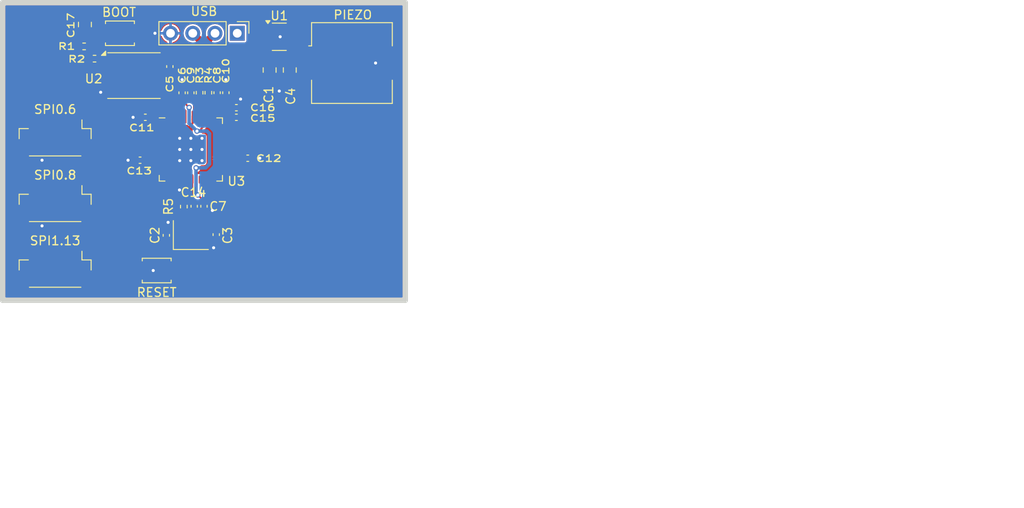
<source format=kicad_pcb>
(kicad_pcb (version 20240108) (generator "pcbnew") (generator_version "8.0")
  (title_block (title "RP2040 Minimal Design Example") (date "2024-01-16") (rev "REV2") (company "Raspberry Pi Ltd"))
  (layers (0 "F.Cu" signal) (31 "B.Cu" signal) (34 "B.Paste" user) (35 "F.Paste" user) (36 "B.SilkS" user "B.Silkscreen") (37 "F.SilkS" user "F.Silkscreen") (38 "B.Mask" user) (39 "F.Mask" user) (44 "Edge.Cuts" user))
  (net 0 "")
  (net 1 "GND")
  (net 2 "VBUS")
  (net 3 "/XIN")
  (net 4 "/XOUT")
  (net 5 "+3V3")
  (net 6 "+1V1")
  (net 7 "NCS06")
  (net 8 "MISO1")
  (net 9 "SCLK1")
  (net 10 "MOSI1")
  (net 11 "/RUN")
  (net 12 "/SWD")
  (net 13 "/SWCLK")
  (net 14 "/QSPI_SS")
  (net 15 "Net-(U3-USB_DP)")
  (net 16 "Net-(U3-USB_DM)")
  (net 17 "/QSPI_SD3")
  (net 18 "/QSPI_SCLK")
  (net 19 "/QSPI_SD0")
  (net 20 "/QSPI_SD2")
  (net 21 "/QSPI_SD1")
  (net 22 "/USB_D+")
  (net 23 "/USB_D-")
  (net 24 "Net-(C3-Pad1)")
  (net 25 "Net-(R1-Pad2)")
  (net 26 "MOSI")
  (net 27 "NCS07")
  (net 28 "SCLK")
  (net 29 "MISO")
  (net 31 "NCS13")
  (net 32 "/PIEZO")
  (net 51 "unconnected-(U3-GPIO9-Pad12)")
  (footprint "Capacitor_SMD:C_0805_2012Metric" (layer "F.Cu") (at 109.8 77.7 -90)
    (property "Reference" "C4" (at 3 -0.1 90) (layer "F.SilkS"))
    (property "Value" "10u")
    (pad "1" smd roundrect (at -0.95 0 270) (size 1 1.45) (layers "F.Cu" "F.Paste" "F.Mask") (net 5 "+3V3"))
    (pad "2" smd roundrect (at 0.95 0 270) (size 1 1.45) (layers "F.Cu" "F.Paste" "F.Mask") (net 1 "GND"))
  )
  (footprint "Capacitor_SMD:C_0402_1005Metric" (layer "F.Cu") (at 102.5 80.29 90)
    (property "Reference" "C10" (at 2.49 0 90) (layer "F.SilkS") (effects (font (size 0.75 1))))
    (property "Value" "1u")
    (pad "1" smd roundrect (at -0.48 0 90) (size 0.56 0.62) (layers "F.Cu" "F.Paste" "F.Mask") (net 5 "+3V3"))
    (pad "2" smd roundrect (at 0.48 0 90) (size 0.56 0.62) (layers "F.Cu" "F.Paste" "F.Mask") (net 1 "GND"))
  )
  (footprint "Capacitor_SMD:C_0402_1005Metric" (layer "F.Cu") (at 101.5 80.29 90)
    (property "Reference" "C8" (at 1.99 0 90) (layer "F.SilkS") (effects (font (size 0.75 1))))
    (property "Value" "1u")
    (pad "1" smd roundrect (at -0.48 0 90) (size 0.56 0.62) (layers "F.Cu" "F.Paste" "F.Mask") (net 6 "+1V1"))
    (pad "2" smd roundrect (at 0.48 0 90) (size 0.56 0.62) (layers "F.Cu" "F.Paste" "F.Mask") (net 1 "GND"))
  )
  (footprint "Capacitor_SMD:C_0402_1005Metric" (layer "F.Cu") (at 92.7 88 180)
    (property "Reference" "C13" (at 0.1 -1.225 0) (layer "F.SilkS") (effects (font (size 0.75 1))))
    (property "Value" "100n")
    (pad "1" smd roundrect (at -0.48 0 180) (size 0.56 0.62) (layers "F.Cu" "F.Paste" "F.Mask") (net 5 "+3V3"))
    (pad "2" smd roundrect (at 0.48 0 180) (size 0.56 0.62) (layers "F.Cu" "F.Paste" "F.Mask") (net 1 "GND"))
  )
  (footprint "Capacitor_SMD:C_0402_1005Metric" (layer "F.Cu") (at 96.1 77.3 90)
    (property "Reference" "C5" (at -2 0 90) (layer "F.SilkS") (effects (font (size 0.75 1))))
    (property "Value" "100n")
    (pad "1" smd roundrect (at -0.48 0 90) (size 0.56 0.62) (layers "F.Cu" "F.Paste" "F.Mask") (net 5 "+3V3"))
    (pad "2" smd roundrect (at 0.48 0 90) (size 0.56 0.62) (layers "F.Cu" "F.Paste" "F.Mask") (net 1 "GND"))
  )
  (footprint "Resistor_SMD:R_0402_1005Metric" (layer "F.Cu") (at 87.5 76.4)
    (property "Reference" "R2" (at -2.04 0.05 0) (layer "F.SilkS") (effects (font (size 0.75 1))))
    (property "Value" "10k")
    (pad "1" smd roundrect (at -0.51 0) (size 0.54 0.64) (layers "F.Cu" "F.Paste" "F.Mask") (net 5 "+3V3"))
    (pad "2" smd roundrect (at 0.51 0) (size 0.54 0.64) (layers "F.Cu" "F.Paste" "F.Mask") (net 14 "/QSPI_SS"))
  )
  (footprint "Package_TO_SOT_SMD:SOT-23-5" (layer "F.Cu") (at 108.6 73.9)
    (property "Reference" "U1" (at 0 -2.4 0) (layer "F.SilkS"))
    (property "Value" "AP2112K-3.3TRG1")
    (pad "1" smd roundrect (at -1.1375 -0.95) (size 1.325 0.6) (layers "F.Cu" "F.Paste" "F.Mask") (net 2 "VBUS"))
    (pad "2" smd roundrect (at -1.1375 0) (size 1.325 0.6) (layers "F.Cu" "F.Paste" "F.Mask") (net 1 "GND"))
    (pad "3" smd roundrect (at -1.1375 0.95) (size 1.325 0.6) (layers "F.Cu" "F.Paste" "F.Mask") (net 2 "VBUS"))
    (pad "4" smd roundrect (at 1.1375 0.95) (size 1.325 0.6) (layers "F.Cu" "F.Paste" "F.Mask"))
    (pad "5" smd roundrect (at 1.1375 -0.95) (size 1.325 0.6) (layers "F.Cu" "F.Paste" "F.Mask") (net 5 "+3V3"))
  )
  (footprint "Package_SON:WSON-8-1EP_6x5mm_P1.27mm_EP3.4x4.3mm" (layer "F.Cu") (at 92 78.335)
    (property "Reference" "U2" (at -4.6 0.365 0) (layer "F.SilkS"))
    (property "Value" "W25Q128JVS")
    (pad "1" smd roundrect (at -2.7 -1.905) (size 0.75 0.5) (layers "F.Cu" "F.Paste" "F.Mask") (net 14 "/QSPI_SS"))
    (pad "2" smd roundrect (at -2.7 -0.635) (size 0.75 0.5) (layers "F.Cu" "F.Paste" "F.Mask") (net 21 "/QSPI_SD1"))
    (pad "3" smd roundrect (at -2.7 0.635) (size 0.75 0.5) (layers "F.Cu" "F.Paste" "F.Mask") (net 20 "/QSPI_SD2"))
    (pad "4" smd roundrect (at -2.7 1.905) (size 0.75 0.5) (layers "F.Cu" "F.Paste" "F.Mask") (net 1 "GND"))
    (pad "5" smd roundrect (at 2.7 1.905) (size 0.75 0.5) (layers "F.Cu" "F.Paste" "F.Mask") (net 19 "/QSPI_SD0"))
    (pad "6" smd roundrect (at 2.7 0.635) (size 0.75 0.5) (layers "F.Cu" "F.Paste" "F.Mask") (net 18 "/QSPI_SCLK"))
    (pad "7" smd roundrect (at 2.7 -0.635) (size 0.75 0.5) (layers "F.Cu" "F.Paste" "F.Mask") (net 17 "/QSPI_SD3"))
    (pad "8" smd roundrect (at 2.7 -1.905) (size 0.75 0.5) (layers "F.Cu" "F.Paste" "F.Mask") (net 5 "+3V3"))
    (pad "9" smd rect (at 0 0) (size 3.4 4.3) (property pad_prop_heatsink) (layers "F.Cu" "F.Mask"))
  )
  (footprint "Resistor_SMD:R_0402_1005Metric" (layer "F.Cu") (at 86.31 75)
    (property "Reference" "R1" (at -2 0 0) (layer "F.SilkS") (effects (font (size 0.75 1))))
    (property "Value" "1k")
    (pad "1" smd roundrect (at -0.51 0) (size 0.54 0.64) (layers "F.Cu" "F.Paste" "F.Mask") (net 14 "/QSPI_SS"))
    (pad "2" smd roundrect (at 0.51 0) (size 0.54 0.64) (layers "F.Cu" "F.Paste" "F.Mask") (net 25 "Net-(R1-Pad2)"))
  )
  (footprint "Capacitor_SMD:C_0402_1005Metric" (layer "F.Cu") (at 98.5 80.3 90)
    (property "Reference" "C9" (at 2 0 -90) (layer "F.SilkS") (effects (font (size 0.75 1))))
    (property "Value" "100n")
    (pad "1" smd roundrect (at -0.48 0 90) (size 0.56 0.62) (layers "F.Cu" "F.Paste" "F.Mask") (net 5 "+3V3"))
    (pad "2" smd roundrect (at 0.48 0 90) (size 0.56 0.62) (layers "F.Cu" "F.Paste" "F.Mask") (net 1 "GND"))
  )
  (footprint "Capacitor_SMD:C_0402_1005Metric" (layer "F.Cu") (at 105 87.775)
    (property "Reference" "C12" (at 2.4 0.025 0) (layer "F.SilkS") (effects (font (size 0.75 1))))
    (property "Value" "100n")
    (pad "1" smd roundrect (at -0.48 0) (size 0.56 0.62) (layers "F.Cu" "F.Paste" "F.Mask") (net 5 "+3V3"))
    (pad "2" smd roundrect (at 0.48 0) (size 0.56 0.62) (layers "F.Cu" "F.Paste" "F.Mask") (net 1 "GND"))
  )
  (footprint "Capacitor_SMD:C_0402_1005Metric" (layer "F.Cu") (at 98.881 93.26 -90)
    (property "Reference" "C14" (at -1.585 0.081 180) (layer "F.SilkS"))
    (property "Value" "100n")
    (pad "1" smd roundrect (at -0.48 0 270) (size 0.56 0.62) (layers "F.Cu" "F.Paste" "F.Mask") (net 5 "+3V3"))
    (pad "2" smd roundrect (at 0.48 0 270) (size 0.56 0.62) (layers "F.Cu" "F.Paste" "F.Mask") (net 1 "GND"))
  )
  (footprint "Resistor_SMD:R_0402_1005Metric" (layer "F.Cu") (at 99.5 80.29 -90)
    (property "Reference" "R3" (at -1.99 0 -90) (layer "F.SilkS") (effects (font (size 0.75 1))))
    (property "Value" "27")
    (pad "1" smd roundrect (at -0.51 0 270) (size 0.54 0.64) (layers "F.Cu" "F.Paste" "F.Mask") (net 22 "/USB_D+"))
    (pad "2" smd roundrect (at 0.51 0 270) (size 0.54 0.64) (layers "F.Cu" "F.Paste" "F.Mask") (net 15 "Net-(U3-USB_DP)"))
  )
  (footprint "Capacitor_SMD:C_0402_1005Metric" (layer "F.Cu") (at 100 93.26 -90)
    (property "Reference" "C7" (at 0.015 -1.6 180) (layer "F.SilkS"))
    (property "Value" "100n")
    (pad "1" smd roundrect (at -0.48 0 270) (size 0.56 0.62) (layers "F.Cu" "F.Paste" "F.Mask") (net 6 "+1V1"))
    (pad "2" smd roundrect (at 0.48 0 270) (size 0.56 0.62) (layers "F.Cu" "F.Paste" "F.Mask") (net 1 "GND"))
  )
  (footprint "Capacitor_SMD:C_0805_2012Metric" (layer "F.Cu") (at 107.5 77.7 -90)
    (property "Reference" "C1" (at 2.8 0.1 90) (layer "F.SilkS"))
    (property "Value" "10u")
    (pad "1" smd roundrect (at -0.95 0 270) (size 1 1.45) (layers "F.Cu" "F.Paste" "F.Mask") (net 2 "VBUS"))
    (pad "2" smd roundrect (at 0.95 0 270) (size 1 1.45) (layers "F.Cu" "F.Paste" "F.Mask") (net 1 "GND"))
  )
  (footprint "Capacitor_SMD:C_0402_1005Metric" (layer "F.Cu") (at 93.3 83.1 180)
    (property "Reference" "C11" (at 0.4 -1.2 0) (layer "F.SilkS") (effects (font (size 0.75 1))))
    (property "Value" "100n")
    (pad "1" smd roundrect (at -0.48 0 180) (size 0.56 0.62) (layers "F.Cu" "F.Paste" "F.Mask") (net 5 "+3V3"))
    (pad "2" smd roundrect (at 0.48 0 180) (size 0.56 0.62) (layers "F.Cu" "F.Paste" "F.Mask") (net 1 "GND"))
  )
  (footprint "Capacitor_SMD:C_0402_1005Metric" (layer "F.Cu") (at 103.7 82)
    (property "Reference" "C16" (at 3.015 0 0) (layer "F.SilkS") (effects (font (size 0.75 1))))
    (property "Value" "100n")
    (pad "1" smd roundrect (at -0.48 0) (size 0.56 0.62) (layers "F.Cu" "F.Paste" "F.Mask") (net 5 "+3V3"))
    (pad "2" smd roundrect (at 0.48 0) (size 0.56 0.62) (layers "F.Cu" "F.Paste" "F.Mask") (net 1 "GND"))
  )
  (footprint "RP2040_minimal:RP2040-QFN-56" (layer "F.Cu") (at 98.5 86.775)
    (property "Reference" "U3" (at 5.2 3.625 0) (layer "F.SilkS"))
    (property "Value" "RP2040")
    (pad "1" smd roundrect (at -3.4375 -2.6) (size 0.875 0.2) (layers "F.Cu" "F.Paste" "F.Mask") (net 5 "+3V3"))
    (pad "2" smd roundrect (at -3.4375 -2.2) (size 0.875 0.2) (layers "F.Cu" "F.Paste" "F.Mask"))
    (pad "3" smd roundrect (at -3.4375 -1.8) (size 0.875 0.2) (layers "F.Cu" "F.Paste" "F.Mask"))
    (pad "4" smd roundrect (at -3.4375 -1.4) (size 0.875 0.2) (layers "F.Cu" "F.Paste" "F.Mask") (net 28 "SCLK"))
    (pad "5" smd roundrect (at -3.4375 -1) (size 0.875 0.2) (layers "F.Cu" "F.Paste" "F.Mask"))
    (pad "6" smd roundrect (at -3.4375 -0.6) (size 0.875 0.2) (layers "F.Cu" "F.Paste" "F.Mask") (net 29 "MISO"))
    (pad "7" smd roundrect (at -3.4375 -0.2) (size 0.875 0.2) (layers "F.Cu" "F.Paste" "F.Mask") (net 26 "MOSI"))
    (pad "8" smd roundrect (at -3.4375 0.2) (size 0.875 0.2) (layers "F.Cu" "F.Paste" "F.Mask") (net 7 "NCS06"))
    (pad "9" smd roundrect (at -3.4375 0.6) (size 0.875 0.2) (layers "F.Cu" "F.Paste" "F.Mask") (net 27 "NCS07"))
    (pad "10" smd roundrect (at -3.4375 1) (size 0.875 0.2) (layers "F.Cu" "F.Paste" "F.Mask") (net 5 "+3V3"))
    (pad "11" smd roundrect (at -3.4375 1.4) (size 0.875 0.2) (layers "F.Cu" "F.Paste" "F.Mask"))
    (pad "12" smd roundrect (at -3.4375 1.8) (size 0.875 0.2) (layers "F.Cu" "F.Paste" "F.Mask") (net 51 "unconnected-(U3-GPIO9-Pad12)"))
    (pad "13" smd roundrect (at -3.4375 2.2) (size 0.875 0.2) (layers "F.Cu" "F.Paste" "F.Mask") (net 9 "SCLK1"))
    (pad "14" smd roundrect (at -3.4375 2.6) (size 0.875 0.2) (layers "F.Cu" "F.Paste" "F.Mask"))
    (pad "15" smd roundrect (at -2.6 3.4375) (size 0.2 0.875) (layers "F.Cu" "F.Paste" "F.Mask") (net 8 "MISO1"))
    (pad "16" smd roundrect (at -2.2 3.4375) (size 0.2 0.875) (layers "F.Cu" "F.Paste" "F.Mask") (net 31 "NCS13"))
    (pad "17" smd roundrect (at -1.8 3.4375) (size 0.2 0.875) (layers "F.Cu" "F.Paste" "F.Mask"))
    (pad "18" smd roundrect (at -1.4 3.4375) (size 0.2 0.875) (layers "F.Cu" "F.Paste" "F.Mask") (net 10 "MOSI1"))
    (pad "19" smd roundrect (at -1 3.4375) (size 0.2 0.875) (layers "F.Cu" "F.Paste" "F.Mask") (net 1 "GND"))
    (pad "20" smd roundrect (at -0.6 3.4375) (size 0.2 0.875) (layers "F.Cu" "F.Paste" "F.Mask") (net 3 "/XIN"))
    (pad "21" smd roundrect (at -0.2 3.4375) (size 0.2 0.875) (layers "F.Cu" "F.Paste" "F.Mask") (net 4 "/XOUT"))
    (pad "22" smd roundrect (at 0.2 3.4375) (size 0.2 0.875) (layers "F.Cu" "F.Paste" "F.Mask") (net 5 "+3V3"))
    (pad "23" smd roundrect (at 0.6 3.4375) (size 0.2 0.875) (layers "F.Cu" "F.Paste" "F.Mask") (net 6 "+1V1"))
    (pad "24" smd roundrect (at 1 3.4375) (size 0.2 0.875) (layers "F.Cu" "F.Paste" "F.Mask") (net 13 "/SWCLK"))
    (pad "25" smd roundrect (at 1.4 3.4375) (size 0.2 0.875) (layers "F.Cu" "F.Paste" "F.Mask") (net 12 "/SWD"))
    (pad "26" smd roundrect (at 1.8 3.4375) (size 0.2 0.875) (layers "F.Cu" "F.Paste" "F.Mask") (net 11 "/RUN"))
    (pad "27" smd roundrect (at 2.2 3.4375) (size 0.2 0.875) (layers "F.Cu" "F.Paste" "F.Mask"))
    (pad "28" smd roundrect (at 2.6 3.4375) (size 0.2 0.875) (layers "F.Cu" "F.Paste" "F.Mask"))
    (pad "29" smd roundrect (at 3.4375 2.6) (size 0.875 0.2) (layers "F.Cu" "F.Paste" "F.Mask"))
    (pad "30" smd roundrect (at 3.4375 2.2) (size 0.875 0.2) (layers "F.Cu" "F.Paste" "F.Mask"))
    (pad "31" smd roundrect (at 3.4375 1.8) (size 0.875 0.2) (layers "F.Cu" "F.Paste" "F.Mask"))
    (pad "32" smd roundrect (at 3.4375 1.4) (size 0.875 0.2) (layers "F.Cu" "F.Paste" "F.Mask"))
    (pad "33" smd roundrect (at 3.4375 1) (size 0.875 0.2) (layers "F.Cu" "F.Paste" "F.Mask") (net 5 "+3V3"))
    (pad "34" smd roundrect (at 3.4375 0.6) (size 0.875 0.2) (layers "F.Cu" "F.Paste" "F.Mask"))
    (pad "35" smd roundrect (at 3.4375 0.2) (size 0.875 0.2) (layers "F.Cu" "F.Paste" "F.Mask"))
    (pad "36" smd roundrect (at 3.4375 -0.2) (size 0.875 0.2) (layers "F.Cu" "F.Paste" "F.Mask"))
    (pad "37" smd roundrect (at 3.4375 -0.6) (size 0.875 0.2) (layers "F.Cu" "F.Paste" "F.Mask"))
    (pad "38" smd roundrect (at 3.4375 -1) (size 0.875 0.2) (layers "F.Cu" "F.Paste" "F.Mask"))
    (pad "39" smd roundrect (at 3.4375 -1.4) (size 0.875 0.2) (layers "F.Cu" "F.Paste" "F.Mask"))
    (pad "40" smd roundrect (at 3.4375 -1.8) (size 0.875 0.2) (layers "F.Cu" "F.Paste" "F.Mask"))
    (pad "41" smd roundrect (at 3.4375 -2.2) (size 0.875 0.2) (layers "F.Cu" "F.Paste" "F.Mask") (net 32 "/PIEZO"))
    (pad "42" smd roundrect (at 3.4375 -2.6) (size 0.875 0.2) (layers "F.Cu" "F.Paste" "F.Mask") (net 5 "+3V3"))
    (pad "43" smd roundrect (at 2.6 -3.4375) (size 0.2 0.875) (layers "F.Cu" "F.Paste" "F.Mask") (net 5 "+3V3"))
    (pad "44" smd roundrect (at 2.2 -3.4375) (size 0.2 0.875) (layers "F.Cu" "F.Paste" "F.Mask") (net 5 "+3V3"))
    (pad "45" smd roundrect (at 1.8 -3.4375) (size 0.2 0.875) (layers "F.Cu" "F.Paste" "F.Mask") (net 6 "+1V1"))
    (pad "46" smd roundrect (at 1.4 -3.4375) (size 0.2 0.875) (layers "F.Cu" "F.Paste" "F.Mask") (net 16 "Net-(U3-USB_DM)"))
    (pad "47" smd roundrect (at 1 -3.4375) (size 0.2 0.875) (layers "F.Cu" "F.Paste" "F.Mask") (net 15 "Net-(U3-USB_DP)"))
    (pad "48" smd roundrect (at 0.6 -3.4375) (size 0.2 0.875) (layers "F.Cu" "F.Paste" "F.Mask") (net 5 "+3V3"))
    (pad "49" smd roundrect (at 0.2 -3.4375) (size 0.2 0.875) (layers "F.Cu" "F.Paste" "F.Mask") (net 5 "+3V3"))
    (pad "50" smd roundrect (at -0.2 -3.4375) (size 0.2 0.875) (layers "F.Cu" "F.Paste" "F.Mask") (net 6 "+1V1"))
    (pad "51" smd roundrect (at -0.6 -3.4375) (size 0.2 0.875) (layers "F.Cu" "F.Paste" "F.Mask") (net 17 "/QSPI_SD3"))
    (pad "52" smd roundrect (at -1 -3.4375) (size 0.2 0.875) (layers "F.Cu" "F.Paste" "F.Mask") (net 18 "/QSPI_SCLK"))
    (pad "53" smd roundrect (at -1.4 -3.4375) (size 0.2 0.875) (layers "F.Cu" "F.Paste" "F.Mask") (net 19 "/QSPI_SD0"))
    (pad "54" smd roundrect (at -1.8 -3.4375) (size 0.2 0.875) (layers "F.Cu" "F.Paste" "F.Mask") (net 20 "/QSPI_SD2"))
    (pad "55" smd roundrect (at -2.2 -3.4375) (size 0.2 0.875) (layers "F.Cu" "F.Paste" "F.Mask") (net 21 "/QSPI_SD1"))
    (pad "56" smd roundrect (at -2.6 -3.4375) (size 0.2 0.875) (layers "F.Cu" "F.Paste" "F.Mask") (net 14 "/QSPI_SS"))
    (pad "57" thru_hole circle (at -1.275 -1.275) (size 0.6 0.6) (drill 0.35) (layers "*.Cu") (net 1 "GND"))
    (pad "57" thru_hole circle (at -1.275 0) (size 0.6 0.6) (drill 0.35) (layers "*.Cu") (net 1 "GND"))
    (pad "57" thru_hole circle (at -1.275 1.275) (size 0.6 0.6) (drill 0.35) (layers "*.Cu") (net 1 "GND"))
    (pad "57" thru_hole circle (at 0 -1.275) (size 0.6 0.6) (drill 0.35) (layers "*.Cu") (net 1 "GND"))
    (pad "57" thru_hole circle (at 0 0) (size 0.6 0.6) (drill 0.35) (layers "*.Cu") (net 1 "GND"))
    (pad "57" smd roundrect (at 0 0) (size 3.2 3.2) (layers "F.Cu" "F.Mask") (roundrect_rratio 0.045) (net 1 "GND"))
    (pad "57" thru_hole circle (at 0 1.275) (size 0.6 0.6) (drill 0.35) (layers "*.Cu") (net 1 "GND"))
    (pad "57" thru_hole circle (at 1.275 -1.275) (size 0.6 0.6) (drill 0.35) (layers "*.Cu") (net 1 "GND"))
    (pad "57" thru_hole circle (at 1.275 0) (size 0.6 0.6) (drill 0.35) (layers "*.Cu") (net 1 "GND"))
    (pad "57" thru_hole circle (at 1.275 1.275) (size 0.6 0.6) (drill 0.35) (layers "*.Cu") (net 1 "GND"))
  )
  (footprint "Resistor_SMD:R_0402_1005Metric" (layer "F.Cu") (at 100.5 80.29 -90)
    (property "Reference" "R4" (at -1.99 0 90) (layer "F.SilkS") (effects (font (size 0.75 1))))
    (property "Value" "27")
    (pad "1" smd roundrect (at -0.51 0 270) (size 0.54 0.64) (layers "F.Cu" "F.Paste" "F.Mask") (net 23 "/USB_D-"))
    (pad "2" smd roundrect (at 0.51 0 270) (size 0.54 0.64) (layers "F.Cu" "F.Paste" "F.Mask") (net 16 "Net-(U3-USB_DM)"))
  )
  (footprint "Capacitor_SMD:C_0402_1005Metric" (layer "F.Cu") (at 97.5 80.3 90)
    (property "Reference" "C6" (at 2 0 90) (layer "F.SilkS") (effects (font (size 0.75 1))))
    (property "Value" "100n")
    (pad "1" smd roundrect (at -0.48 0 90) (size 0.56 0.62) (layers "F.Cu" "F.Paste" "F.Mask") (net 6 "+1V1"))
    (pad "2" smd roundrect (at 0.48 0 90) (size 0.56 0.62) (layers "F.Cu" "F.Paste" "F.Mask") (net 1 "GND"))
  )
  (footprint "Capacitor_SMD:C_0402_1005Metric" (layer "F.Cu") (at 103.7 83.1)
    (property "Reference" "C15" (at 3.015 0.1 0) (layer "F.SilkS") (effects (font (size 0.75 1))))
    (property "Value" "100n")
    (pad "1" smd roundrect (at -0.48 0) (size 0.56 0.62) (layers "F.Cu" "F.Paste" "F.Mask") (net 5 "+3V3"))
    (pad "2" smd roundrect (at 0.48 0) (size 0.56 0.62) (layers "F.Cu" "F.Paste" "F.Mask") (net 1 "GND"))
  )
  (footprint "Capacitor_SMD:C_0805_2012Metric" (layer "F.Cu") (at 86.4 72.5 90)
    (property "Reference" "C17" (at -0.1 -1.6 90) (layer "F.SilkS") (effects (font (size 0.75 1))))
    (property "Value" "10u")
    (pad "1" smd roundrect (at -0.95 0 90) (size 1 1.45) (layers "F.Cu" "F.Paste" "F.Mask") (net 5 "+3V3"))
    (pad "2" smd roundrect (at 0.95 0 90) (size 1 1.45) (layers "F.Cu" "F.Paste" "F.Mask") (net 1 "GND"))
  )
  (footprint "Connector_JST:JST_SH_BM06B-SRSS-TB_1x06-1MP_P1.00mm_Vertical" (layer "F.Cu") (at 83 93 180)
    (property "Reference" "J2")
    (property "Value" "SPI0.8" (at 0 3.3 360) (layer "F.SilkS"))
    (pad "1" smd roundrect (at -2.5 1.325 180) (size 0.6 1.55) (layers "F.Cu" "F.Paste" "F.Mask") (net 27 "NCS07"))
    (pad "2" smd roundrect (at -1.5 1.325 180) (size 0.6 1.55) (layers "F.Cu" "F.Paste" "F.Mask") (net 26 "MOSI"))
    (pad "3" smd roundrect (at -0.5 1.325 180) (size 0.6 1.55) (layers "F.Cu" "F.Paste" "F.Mask") (net 29 "MISO"))
    (pad "4" smd roundrect (at 0.5 1.325 180) (size 0.6 1.55) (layers "F.Cu" "F.Paste" "F.Mask") (net 28 "SCLK"))
    (pad "5" smd roundrect (at 1.5 1.325 180) (size 0.6 1.55) (layers "F.Cu" "F.Paste" "F.Mask") (net 1 "GND"))
    (pad "6" smd roundrect (at 2.5 1.325 180) (size 0.6 1.55) (layers "F.Cu" "F.Paste" "F.Mask") (net 5 "+3V3"))
    (pad "MP" smd roundrect (at -3.8 -1.2 180) (size 1.2 1.8) (layers "F.Cu" "F.Paste" "F.Mask") (roundrect_rratio 0.208333))
    (pad "MP" smd roundrect (at 3.8 -1.2 180) (size 1.2 1.8) (layers "F.Cu" "F.Paste" "F.Mask") (roundrect_rratio 0.208333))
  )
  (footprint "Connector_JST:JST_SH_BM06B-SRSS-TB_1x06-1MP_P1.00mm_Vertical" (layer "F.Cu") (at 83 85.5 180)
    (property "Reference" "J1")
    (property "Value" "SPI0.6" (at 0 3.3 360) (layer "F.SilkS"))
    (pad "1" smd roundrect (at -2.5 1.325 180) (size 0.6 1.55) (layers "F.Cu" "F.Paste" "F.Mask") (net 7 "NCS06"))
    (pad "2" smd roundrect (at -1.5 1.325 180) (size 0.6 1.55) (layers "F.Cu" "F.Paste" "F.Mask") (net 26 "MOSI"))
    (pad "3" smd roundrect (at -0.5 1.325 180) (size 0.6 1.55) (layers "F.Cu" "F.Paste" "F.Mask") (net 29 "MISO"))
    (pad "4" smd roundrect (at 0.5 1.325 180) (size 0.6 1.55) (layers "F.Cu" "F.Paste" "F.Mask") (net 28 "SCLK"))
    (pad "5" smd roundrect (at 1.5 1.325 180) (size 0.6 1.55) (layers "F.Cu" "F.Paste" "F.Mask") (net 1 "GND"))
    (pad "6" smd roundrect (at 2.5 1.325 180) (size 0.6 1.55) (layers "F.Cu" "F.Paste" "F.Mask") (net 5 "+3V3"))
    (pad "MP" smd roundrect (at -3.8 -1.2 180) (size 1.2 1.8) (layers "F.Cu" "F.Paste" "F.Mask") (roundrect_rratio 0.208333))
    (pad "MP" smd roundrect (at 3.8 -1.2 180) (size 1.2 1.8) (layers "F.Cu" "F.Paste" "F.Mask") (roundrect_rratio 0.208333))
  )
  (footprint "Connector_JST:JST_SH_BM06B-SRSS-TB_1x06-1MP_P1.00mm_Vertical" (layer "F.Cu") (at 83 100.5 180)
    (property "Reference" "J3")
    (property "Value" "SPI1.13" (at 0 3.3 180) (layer "F.SilkS"))
    (pad "1" smd roundrect (at -2.5 1.325 180) (size 0.6 1.55) (layers "F.Cu" "F.Paste" "F.Mask") (net 31 "NCS13"))
    (pad "2" smd roundrect (at -1.5 1.325 180) (size 0.6 1.55) (layers "F.Cu" "F.Paste" "F.Mask") (net 10 "MOSI1"))
    (pad "3" smd roundrect (at -0.5 1.325 180) (size 0.6 1.55) (layers "F.Cu" "F.Paste" "F.Mask") (net 8 "MISO1"))
    (pad "4" smd roundrect (at 0.5 1.325 180) (size 0.6 1.55) (layers "F.Cu" "F.Paste" "F.Mask") (net 9 "SCLK1"))
    (pad "5" smd roundrect (at 1.5 1.325 180) (size 0.6 1.55) (layers "F.Cu" "F.Paste" "F.Mask") (net 1 "GND"))
    (pad "6" smd roundrect (at 2.5 1.325 180) (size 0.6 1.55) (layers "F.Cu" "F.Paste" "F.Mask") (net 5 "+3V3"))
    (pad "MP" smd roundrect (at -3.8 -1.2 180) (size 1.2 1.8) (layers "F.Cu" "F.Paste" "F.Mask") (roundrect_rratio 0.208333))
    (pad "MP" smd roundrect (at 3.8 -1.2 180) (size 1.2 1.8) (layers "F.Cu" "F.Paste" "F.Mask") (roundrect_rratio 0.208333))
  )
  (footprint "Button_Switch_SMD:SW_SPST_B3U-1000P" (layer "F.Cu") (at 94.6 100.6)
    (property "Reference" "SW2")
    (property "Value" "RESET" (at 0 2.5 0) (layer "F.SilkS"))
    (pad "1" smd rect (at -1.7 0) (size 0.9 1.7) (layers "F.Cu" "F.Paste" "F.Mask") (net 1 "GND"))
    (pad "2" smd rect (at 1.7 0) (size 0.9 1.7) (layers "F.Cu" "F.Paste" "F.Mask") (net 11 "/RUN"))
  )
  (footprint "Capacitor_SMD:C_0402_1005Metric" (layer "F.Cu") (at 95.7 96.58 90)
    (property "Reference" "C2" (at 0 -1.3 90) (layer "F.SilkS"))
    (property "Value" "15p")
    (pad "1" smd roundrect (at -0.48 0 90) (size 0.56 0.62) (layers "F.Cu" "F.Paste" "F.Mask") (net 3 "/XIN"))
    (pad "2" smd roundrect (at 0.48 0 90) (size 0.56 0.62) (layers "F.Cu" "F.Paste" "F.Mask") (net 1 "GND"))
  )
  (footprint "Button_Switch_SMD:SW_SPST_B3U-1000P" (layer "F.Cu") (at 90.4 73.5 180)
    (property "Reference" "SW1")
    (property "Value" "BOOT" (at 0.1 2.4 0) (layer "F.SilkS"))
    (pad "1" smd rect (at -1.7 0 180) (size 0.9 1.7) (layers "F.Cu" "F.Paste" "F.Mask") (net 1 "GND"))
    (pad "2" smd rect (at 1.7 0 180) (size 0.9 1.7) (layers "F.Cu" "F.Paste" "F.Mask") (net 25 "Net-(R1-Pad2)"))
  )
  (footprint "Capacitor_SMD:C_0402_1005Metric" (layer "F.Cu") (at 101.4 96.5 -90)
    (property "Reference" "C3" (at 0.1 -1.3 90) (layer "F.SilkS"))
    (property "Value" "15p")
    (pad "1" smd roundrect (at -0.48 0 270) (size 0.56 0.62) (layers "F.Cu" "F.Paste" "F.Mask") (net 24 "Net-(C3-Pad1)"))
    (pad "2" smd roundrect (at 0.48 0 270) (size 0.56 0.62) (layers "F.Cu" "F.Paste" "F.Mask") (net 1 "GND"))
  )
  (footprint "Crystal:Crystal_SMD_3225-4Pin_3.2x2.5mm" (layer "F.Cu") (at 98.5 96.55)
    (property "Reference" "Y1")
    (property "Value" "X322512MSB4SI")
    (pad "1" smd rect (at -1.1 0.85) (size 1.4 1.2) (layers "F.Cu" "F.Paste" "F.Mask") (net 3 "/XIN"))
    (pad "2" smd rect (at 1.1 0.85) (size 1.4 1.2) (layers "F.Cu" "F.Paste" "F.Mask") (net 1 "GND"))
    (pad "3" smd rect (at 1.1 -0.85) (size 1.4 1.2) (layers "F.Cu" "F.Paste" "F.Mask") (net 24 "Net-(C3-Pad1)"))
    (pad "4" smd rect (at -1.1 -0.85) (size 1.4 1.2) (layers "F.Cu" "F.Paste" "F.Mask") (net 1 "GND"))
  )
  (footprint "Buzzer_Beeper:Buzzer_Murata_PKMCS0909E" (layer "F.Cu") (at 116.9 76.9)
    (property "Reference" "LS1")
    (property "Value" "PIEZO" (at 0.1 -5.5 0) (layer "F.SilkS"))
    (pad "1" smd rect (at -4.35 0) (size 1.3 3.4) (layers "F.Cu" "F.Paste" "F.Mask") (net 32 "/PIEZO"))
    (pad "2" smd rect (at 4.35 0) (size 1.3 3.4) (layers "F.Cu" "F.Paste" "F.Mask") (net 1 "GND"))
  )
  (footprint "Connector_PinHeader_2.54mm:PinHeader_1x04_P2.54mm_Vertical" (layer "F.Cu") (at 103.8 73.5 -90)
    (property "Reference" "J5")
    (property "Value" "USB" (at -2.5 3.8 0) (layer "F.SilkS"))
    (pad "1" thru_hole rect (at 0 0 270) (size 1.7 1.7) (drill 1) (layers "*.Cu" "*.Mask") (net 2 "VBUS"))
    (pad "2" thru_hole oval (at 0 2.54 270) (size 1.7 1.7) (drill 1) (layers "*.Cu" "*.Mask") (net 23 "/USB_D-"))
    (pad "3" thru_hole oval (at 0 5.08 270) (size 1.7 1.7) (drill 1) (layers "*.Cu" "*.Mask") (net 22 "/USB_D+"))
    (pad "4" thru_hole oval (at 0 7.62 270) (size 1.7 1.7) (drill 1) (layers "*.Cu" "*.Mask") (net 1 "GND"))
  )
  (footprint "Resistor_SMD:R_0402_1005Metric" (layer "F.Cu") (at 97.7 93.3 -90)
    (property "Reference" "R5" (at 0 1.76 90) (layer "F.SilkS"))
    (property "Value" "1k")
    (pad "1" smd roundrect (at -0.51 0 270) (size 0.54 0.64) (layers "F.Cu" "F.Paste" "F.Mask") (net 4 "/XOUT"))
    (pad "2" smd roundrect (at 0.51 0 270) (size 0.54 0.64) (layers "F.Cu" "F.Paste" "F.Mask") (net 24 "Net-(C3-Pad1)"))
  )
  (gr_line (start 123 104) (end 77 104) (stroke (width 0.6)) (layer "Edge.Cuts"))
  (gr_line (start 123 70) (end 123 104) (stroke (width 0.6)) (layer "Edge.Cuts"))
  (gr_line (start 77 70) (end 123 70) (stroke (width 0.6)) (layer "Edge.Cuts"))
  (gr_line (start 77 104) (end 77 70) (stroke (width 0.6)) (layer "Edge.Cuts"))
  (segment (start 92.1 73.5) (end 90.15 71.55) (width 0.15) (layer "F.Cu") (net 1))
  (segment (start 108.6 78.65) (end 109.8 78.65) (width 0.15) (layer "F.Cu") (net 1))
  (segment (start 97.5 91.1) (end 97.2 91.4) (width 0.15) (layer "F.Cu") (net 1))
  (segment (start 104.18 82) (end 104.18 83.1) (width 0.15) (layer "F.Cu") (net 1))
  (segment (start 90.15 71.55) (end 86.4 71.55) (width 0.15) (layer "F.Cu") (net 1))
  (segment (start 97.5 79.82) (end 97.5 78.8) (width 0.15) (layer "F.Cu") (net 1))
  (segment (start 81.5 91.675) (end 81.5 95.5) (width 0.15) (layer "F.Cu") (net 1))
  (segment (start 100 93.74) (end 100.96 93.74) (width 0.15) (layer "F.Cu") (net 1))
  (segment (start 101.5 79.81) (end 102.5 79.81) (width 0.15) (layer "F.Cu") (net 1))
  (segment (start 102.5 79.81) (end 102.5 78.8) (width 0.15) (layer "F.Cu") (net 1))
  (segment (start 96.18 73.5) (end 94.4 73.5) (width 0.15) (layer "F.Cu") (net 1))
  (segment (start 97.5 79.82) (end 98.5 79.82) (width 0.15) (layer "F.Cu") (net 1))
  (segment (start 108.6 78.65) (end 108.6 80.1) (width 0.15) (layer "F.Cu") (net 1))
  (segment (start 96.1 73.58) (end 96.18 73.5) (width 0.15) (layer "F.Cu") (net 1))
  (segment (start 107.4625 73.9) (end 108.7 73.9) (width 0.15) (layer "F.Cu") (net 1))
  (segment (start 104.18 82) (end 104.18 81.02) (width 0.15) (layer "F.Cu") (net 1))
  (segment (start 81.5 88) (end 81.5 91.675) (width 0.15) (layer "F.Cu") (net 1))
  (segment (start 121.25 76.9) (end 119.6 76.9) (width 0.2) (layer "F.Cu") (net 1))
  (segment (start 92.9 100.6) (end 94.2 100.6) (width 0.15) (layer "F.Cu") (net 1))
  (segment (start 89.3 80.24) (end 88.2 80.24) (width 0.2) (layer "F.Cu") (net 1))
  (segment (start 97.5 90.2125) (end 97.5 91) (width 0.15) (layer "F.Cu") (net 1))
  (segment (start 96.1 76.82) (end 96.1 73.58) (width 0.15) (layer "F.Cu") (net 1))
  (segment (start 94.4 73.5) (end 92.1 73.5) (width 0.15) (layer "F.Cu") (net 1))
  (segment (start 88.2 80.24) (end 88.14 80.24) (width 0.2) (layer "F.Cu") (net 1))
  (segment (start 97.5 79.775) (end 97.5 80.07) (width 0.2) (layer "F.Cu") (net 1))
  (segment (start 92.82 83.1) (end 91.9 83.1) (width 0.15) (layer "F.Cu") (net 1))
  (segment (start 107.5 78.65) (end 108.6 78.65) (width 0.15) (layer "F.Cu") (net 1))
  (segment (start 97.5 91) (end 97.5 91.1) (width 0.15) (layer "F.Cu") (net 1))
  (segment (start 81.5 84.175) (end 81.5 88) (width 0.15) (layer "F.Cu") (net 1))
  (segment (start 81.5 95.5) (end 81.5 99.175) (width 0.15) (layer "F.Cu") (net 1))
  (segment (start 105.48 87.775) (end 106.375 87.775) (width 0.15) (layer "F.Cu") (net 1))
  (via (at 100.96 93.74) (size 0.6) (drill 0.35) (layers "F.Cu" "B.Cu") (net 1))
  (via (at 119.6 76.9) (size 0.6) (drill 0.35) (layers "F.Cu" "B.Cu") (net 1))
  (via (at 94.4 73.5) (size 0.6) (drill 0.35) (layers "F.Cu" "B.Cu") (net 1))
  (via (at 94.2 100.6) (size 0.6) (drill 0.35) (layers "F.Cu" "B.Cu") (net 1))
  (via (at 102.5 78.8) (size 0.6) (drill 0.35) (layers "F.Cu" "B.Cu") (net 1))
  (via (at 104.18 81.02) (size 0.6) (drill 0.35) (layers "F.Cu" "B.Cu") (net 1))
  (via (at 88.2 80.24) (size 0.6) (drill 0.35) (layers "F.Cu" "B.Cu") (net 1))
  (via (at 106.375 87.775) (size 0.6) (drill 0.35) (layers "F.Cu" "B.Cu") (net 1))
  (via (at 81.5 88) (size 0.6) (drill 0.35) (layers "F.Cu" "B.Cu") (net 1))
  (via (at 101.1 98) (size 0.6) (drill 0.35) (layers "F.Cu" "B.Cu") (net 1))
  (via (at 91.325 88) (size 0.6) (drill 0.35) (layers "F.Cu" "B.Cu") (net 1))
  (via (at 91.9 83.1) (size 0.6) (drill 0.35) (layers "F.Cu" "B.Cu") (net 1))
  (via (at 95.9 95.1) (size 0.6) (drill 0.35) (layers "F.Cu" "B.Cu") (net 1))
  (via (at 97.5 78.8) (size 0.6) (drill 0.35) (layers "F.Cu" "B.Cu") (net 1))
  (via (at 97.2 91.4) (size 0.6) (drill 0.35) (layers "F.Cu" "B.Cu") (net 1))
  (via (at 81.5 95.5) (size 0.6) (drill 0.35) (layers "F.Cu" "B.Cu") (net 1))
  (via (at 108.7 73.9) (size 0.6) (drill 0.35) (layers "F.Cu" "B.Cu") (net 1))
  (via (at 108.6 80.1) (size 0.6) (drill 0.35) (layers "F.Cu" "B.Cu") (net 1))
  (segment (start 102.5 79.775) (end 102.3 79.775) (width 0.2) (layer "B.Cu") (net 1))
  (segment (start 97.9 90.2125) (end 97.9 92) (width 0.2) (layer "F.Cu") (net 3))
  (segment (start 97.3 92) (end 97 92.3) (width 0.2) (layer "F.Cu") (net 3))
  (segment (start 95.14 95.082182) (end 95.14 96.5) (width 0.2) (layer "F.Cu") (net 3))
  (segment (start 95.7 97.06) (end 97.06 97.06) (width 0.2) (layer "F.Cu") (net 3))
  (segment (start 95.7 97.06) (end 95.7 97) (width 0.2) (layer "F.Cu") (net 3))
  (segment (start 97 92.3) (end 97 93.222182) (width 0.2) (layer "F.Cu") (net 3))
  (segment (start 97.4 97.4) (end 97.68 97.68) (width 0.15) (layer "F.Cu") (net 3))
  (segment (start 97.06 97.06) (end 97.4 97.4) (width 0.2) (layer "F.Cu") (net 3))
  (segment (start 97 93.222182) (end 95.14 95.082182) (width 0.2) (layer "F.Cu") (net 3))
  (segment (start 95.14 96.5) (end 95.7 97.06) (width 0.2) (layer "F.Cu") (net 3))
  (segment (start 97.9 92) (end 97.3 92) (width 0.2) (layer "F.Cu") (net 3))
  (segment (start 97.7 92.79) (end 98.3 92.19) (width 0.2) (layer "F.Cu") (net 4))
  (segment (start 98.3 92.19) (end 98.3 90.2125) (width 0.2) (layer "F.Cu") (net 4))
  (segment (start 93.9875 83.1) (end 95.0625 84.175) (width 0.2) (layer "F.Cu") (net 5))
  (segment (start 98.7 82.475) (end 98.7 83.3375) (width 0.2) (layer "F.Cu") (net 5))
  (segment (start 98.7 83.3375) (end 98.7 83.8) (width 0.2) (layer "F.Cu") (net 5))
  (segment (start 98.7 83.8) (end 98.1 84.4) (width 0.2) (layer "F.Cu") (net 5))
  (segment (start 100.7 83.3375) (end 100.7 82.875) (width 0.2) (layer "F.Cu") (net 5))
  (segment (start 100.7 82.875) (end 102.5 81.075) (width 0.2) (layer "F.Cu") (net 5))
  (segment (start 99.1 82.574998) (end 98.850001 82.324999) (width 0.2) (layer "F.Cu") (net 5))
  (segment (start 102.4375 82) (end 101.1 83.3375) (width 0.2) (layer "F.Cu") (net 5))
  (segment (start 93.405 87.775) (end 95.0625 87.775) (width 0.15) (layer "F.Cu") (net 5))
  (segment (start 98.7 90.2125) (end 98.7 89.775) (width 0.15) (layer "F.Cu") (net 5))
  (segment (start 98.7 89.775) (end 98.7 89.7) (width 0.15) (layer "F.Cu") (net 5))
  (segment (start 93.78 83.1) (end 93.9875 83.1) (width 0.2) (layer "F.Cu") (net 5))
  (segment (start 95.0625 87.775) (end 96.275 87.775) (width 0.15) (layer "F.Cu") (net 5))
  (segment (start 101.9375 87.775) (end 100.725 87.775) (width 0.2) (layer "F.Cu") (net 5))
  (segment (start 103.22 82) (end 102.4375 82) (width 0.2) (layer "F.Cu") (net 5))
  (segment (start 98.5 80.78) (end 98.850001 81.130001) (width 0.2) (layer "F.Cu") (net 5))
  (segment (start 98.7 92.599) (end 98.881 92.78) (width 0.15) (layer "F.Cu") (net 5))
  (segment (start 99.1 83.3375) (end 99.1 82.574998) (width 0.2) (layer "F.Cu") (net 5))
  (segment (start 98.850001 82.324999) (end 98.7 82.475) (width 0.2) (layer "F.Cu") (net 5))
  (segment (start 104.52 87.775) (end 101.9375 87.775) (width 0.2) (layer "F.Cu") (net 5))
  (segment (start 98.7 89.7) (end 97.9 88.9) (width 0.15) (layer "F.Cu") (net 5))
  (segment (start 98.7 90.2125) (end 98.7 92.599) (width 0.15) (layer "F.Cu") (net 5))
  (segment (start 103.22 83.1) (end 103.0125 83.1) (width 0.2) (layer "F.Cu") (net 5))
  (segment (start 99.1 83.3375) (end 98.7 83.3375) (width 0.2) (layer "F.Cu") (net 5))
  (segment (start 98.850001 81.130001) (end 98.850001 82.324999) (width 0.2) (layer "F.Cu") (net 5))
  (segment (start 103.0125 83.1) (end 101.9375 84.175) (width 0.2) (layer "F.Cu") (net 5))
  (segment (start 102.5 81.075) (end 102.5 80.77) (width 0.2) (layer "F.Cu") (net 5))
  (segment (start 93.18 88) (end 93.405 87.775) (width 0.15) (layer "F.Cu") (net 5))
  (segment (start 98.3 83.3375) (end 98.3 81.974994) (width 0.2) (layer "F.Cu") (net 6))
  (segment (start 100.3 82.575) (end 101.5 81.375) (width 0.2) (layer "F.Cu") (net 6))
  (segment (start 97.5 80.78) (end 97.5 81.174994) (width 0.2) (layer "F.Cu") (net 6))
  (segment (start 100.3 83.80065) (end 99.42565 84.675) (width 0.2) (layer "F.Cu") (net 6))
  (segment (start 97.5 81.174994) (end 98.3 81.974994) (width 0.2) (layer "F.Cu") (net 6))
  (segment (start 100 92.675) (end 99.3 91.975) (width 0.2) (layer "F.Cu") (net 6))
  (segment (start 99.1 91.775) (end 99.3 91.975) (width 0.2) (layer "F.Cu") (net 6))
  (segment (start 100 92.775) (end 100 92.675) (width 0.2) (layer "F.Cu") (net 6))
  (segment (start 100.3 83.3375) (end 100.3 82.575) (width 0.2) (layer "F.Cu") (net 6))
  (segment (start 100.3 83.3375) (end 100.3 83.80065) (width 0.2) (layer "F.Cu") (net 6))
  (segment (start 101.5 81.375) (end 101.5 80.775) (width 0.2) (layer "F.Cu") (net 6))
  (segment (start 99.42565 84.675) (end 99.2 84.675) (width 0.2) (layer "F.Cu") (net 6))
  (segment (start 99.1 90.2125) (end 99.1 91.775) (width 0.2) (layer "F.Cu") (net 6))
  (via (at 98.3 81.974994) (size 0.6) (drill 0.35) (layers "F.Cu" "B.Cu") (net 6))
  (via (at 99.2 84.675) (size 0.6) (drill 0.35) (layers "F.Cu" "B.Cu") (net 6))
  (via (at 99.3 91.975) (size 0.6) (drill 0.35) (layers "F.Cu" "B.Cu") (net 6))
  (via (at 99.09997 88.875) (size 0.6) (drill 0.35) (layers "F.Cu" "B.Cu") (net 6))
  (segment (start 99.3 91.975) (end 99.09 91.765) (width 0.4) (layer "B.Cu") (net 6))
  (segment (start 99.09 91.765) (end 99.09 88.88497) (width 0.4) (layer "B.Cu") (net 6))
  (segment (start 100.18462 88.875) (end 99.09997 88.875) (width 0.4) (layer "B.Cu") (net 6))
  (segment (start 100.625 88.43462) (end 100.18462 88.875) (width 0.4) (layer "B.Cu") (net 6))
  (segment (start 99.2 84.675) (end 100.33462 84.675) (width 0.4) (layer "B.Cu") (net 6))
  (segment (start 99.09 88.88497) (end 99.09997 88.875) (width 0.4) (layer "B.Cu") (net 6))
  (segment (start 100.625 84.96538) (end 100.625 88.43462) (width 0.4) (layer "B.Cu") (net 6))
  (segment (start 98.3 83.785) (end 99.19 84.675) (width 0.4) (layer "B.Cu") (net 6))
  (segment (start 98.3 81.974994) (end 98.3 83.785) (width 0.4) (layer "B.Cu") (net 6))
  (segment (start 99.19 84.675) (end 99.2 84.675) (width 0.4) (layer "B.Cu") (net 6))
  (segment (start 100.33462 84.675) (end 100.625 84.96538) (width 0.4) (layer "B.Cu") (net 6))
  (segment (start 89.185222 86.975) (end 95.0625 86.975) (width 0.15) (layer "F.Cu") (net 7))
  (segment (start 86.385222 84.175) (end 89.185222 86.975) (width 0.15) (layer "F.Cu") (net 7))
  (segment (start 85.5 84.175) (end 86.385222 84.175) (width 0.15) (layer "F.Cu") (net 7))
  (segment (start 83.5 98.400001) (end 83.5 99.175) (width 0.15) (layer "F.Cu") (net 8))
  (segment (start 95.9 90.2125) (end 95.9 90.552206) (width 0.15) (layer "F.Cu") (net 8))
  (segment (start 88.673528 98.175) (end 83.725001 98.175) (width 0.15) (layer "F.Cu") (net 8))
  (segment (start 95.9 90.2125) (end 95.9 90.948528) (width 0.15) (layer "F.Cu") (net 8))
  (segment (start 83.725001 98.175) (end 83.5 98.400001) (width 0.15) (layer "F.Cu") (net 8))
  (segment (start 95.9 90.948528) (end 88.673528 98.175) (width 0.15) (layer "F.Cu") (net 8))
  (segment (start 95.0625 88.975) (end 95.490294 88.975) (width 0.15) (layer "F.Cu") (net 9))
  (segment (start 95.0625 88.975) (end 94.600736 88.975) (width 0.15) (layer "F.Cu") (net 9))
  (segment (start 94.4 89.175736) (end 94.4 92.024264) (width 0.15) (layer "F.Cu") (net 9))
  (segment (start 82.5 98.400001) (end 82.5 99.175) (width 0.15) (layer "F.Cu") (net 9))
  (segment (start 94.600736 88.975) (end 94.4 89.175736) (width 0.15) (layer "F.Cu") (net 9))
  (segment (start 94.4 92.024264) (end 88.549264 97.875) (width 0.15) (layer "F.Cu") (net 9))
  (segment (start 88.549264 97.875) (end 83.025001 97.875) (width 0.15) (layer "F.Cu") (net 9))
  (segment (start 83.025001 97.875) (end 82.5 98.400001) (width 0.15) (layer "F.Cu") (net 9))
  (segment (start 87.575 100.175) (end 84.575 100.175) (width 0.15) (layer "F.Cu") (net 10))
  (segment (start 84.5 100.1) (end 84.5 99.175) (width 0.15) (layer "F.Cu") (net 10))
  (segment (start 97.1 90.65) (end 87.575 100.175) (width 0.15) (layer "F.Cu") (net 10))
  (segment (start 97.1 90.2125) (end 97.1 90.65) (width 0.15) (layer "F.Cu") (net 10))
  (segment (start 84.575 100.175) (end 84.5 100.1) (width 0.15) (layer "F.Cu") (net 10))
  (segment (start 96.3 100.6) (end 99.242463 100.6) (width 0.15) (layer "F.Cu") (net 11))
  (segment (start 99.242463 100.6) (end 102.5 97.342463) (width 0.15) (layer "F.Cu") (net 11))
  (segment (start 102.5 92.990294) (end 100.3 90.790294) (width 0.15) (layer "F.Cu") (net 11))
  (segment (start 100.3 90.790294) (end 100.3 90.2125) (width 0.15) (layer "F.Cu") (net 11))
  (segment (start 102.5 97.342463) (end 102.5 92.990294) (width 0.15) (layer "F.Cu") (net 11))
  (segment (start 95.9 83.175) (end 95.9 83.375) (width 0.15) (layer "F.Cu") (net 14))
  (segment (start 87.465 75.855) (end 88.01 76.4) (width 0.15) (layer "F.Cu") (net 14))
  (segment (start 86.655 75.855) (end 87.465 75.855) (width 0.15) (layer "F.Cu") (net 14))
  (segment (start 85.8 75) (end 86.655 75.855) (width 0.15) (layer "F.Cu") (net 14))
  (segment (start 86.95 78.78) (end 89.3 76.43) (width 0.2) (layer "F.Cu") (net 14))
  (segment (start 94.579987 82.017487) (end 88.20972 82.017487) (width 0.2) (layer "F.Cu") (net 14))
  (segment (start 88.20972 82.017487) (end 86.95 80.757767) (width 0.2) (layer "F.Cu") (net 14))
  (segment (start 95.9 83.375) (end 95.9 83.4025) (width 0.15) (layer "F.Cu") (net 14))
  (segment (start 89.09 76.22) (end 89.3 76.43) (width 0.2) (layer "F.Cu") (net 14))
  (segment (start 88.01 76.4) (end 89.27 76.4) (width 0.2) (layer "F.Cu") (net 14))
  (segment (start 89.27 76.4) (end 89.3 76.43) (width 0.2) (layer "F.Cu") (net 14))
  (segment (start 86.95 80.757767) (end 86.95 78.78) (width 0.2) (layer "F.Cu") (net 14))
  (segment (start 95.9 83.3375) (end 94.579987 82.017487) (width 0.2) (layer "F.Cu") (net 14))
  (segment (start 99.5 83.3375) (end 99.5 80.775) (width 0.2) (layer "F.Cu") (net 15))
  (segment (start 99.9 82.075) (end 100.5 81.475) (width 0.2) (layer "F.Cu") (net 16))
  (segment (start 99.9 83.3375) (end 99.9 82.075) (width 0.2) (layer "F.Cu") (net 16))
  (segment (start 100.5 81.475) (end 100.5 80.775) (width 0.2) (layer "F.Cu") (net 16))
  (segment (start 96.8 79.8) (end 96.8 81.252812) (width 0.2) (layer "F.Cu") (net 17))
  (segment (start 97.9 82.352812) (end 97.9 83.3375) (width 0.2) (layer "F.Cu") (net 17))
  (segment (start 97.9 83.3375) (end 97.9 82.9) (width 0.15) (layer "F.Cu") (net 17))
  (segment (start 94.7 77.7) (end 96.8 79.8) (width 0.2) (layer "F.Cu") (net 17))
  (segment (start 96.8 81.252812) (end 97.9 82.352812) (width 0.2) (layer "F.Cu") (net 17))
  (segment (start 96.45 81.397786) (end 97.5 82.447786) (width 0.2) (layer "F.Cu") (net 18))
  (segment (start 97.5 83.3475) (end 97.45131 83.29881) (width 0.15) (layer "F.Cu") (net 18))
  (segment (start 94.7 78.97) (end 95.32 78.97) (width 0.2) (layer "F.Cu") (net 18))
  (segment (start 95.32 78.97) (end 96.45 80.1) (width 0.2) (layer "F.Cu") (net 18))
  (segment (start 96.45 80.1) (end 96.45 81.397786) (width 0.2) (layer "F.Cu") (net 18))
  (segment (start 97.5 82.447786) (end 97.5 83.3375) (width 0.2) (layer "F.Cu") (net 18))
  (segment (start 97.1 83.3375) (end 97.1 82.64) (width 0.2) (layer "F.Cu") (net 19))
  (segment (start 97.1 82.64) (end 94.7 80.24) (width 0.2) (layer "F.Cu") (net 19))
  (segment (start 96.7 82.734974) (end 95.282513 81.317487) (width 0.2) (layer "F.Cu") (net 20))
  (segment (start 95.282513 81.317487) (end 88.499669 81.317487) (width 0.2) (layer "F.Cu") (net 20))
  (segment (start 87.65 80.467818) (end 87.65 79.95) (width 0.2) (layer "F.Cu") (net 20))
  (segment (start 88.499669 81.317487) (end 87.65 80.467818) (width 0.2) (layer "F.Cu") (net 20))
  (segment (start 87.65 79.95) (end 88.63 78.97) (width 0.2) (layer "F.Cu") (net 20))
  (segment (start 96.7 83.3375) (end 96.7 82.734974) (width 0.2) (layer "F.Cu") (net 20))
  (segment (start 88.63 78.97) (end 89.3 78.97) (width 0.2) (layer "F.Cu") (net 20))
  (segment (start 96.3 82.829948) (end 95.137539 81.667487) (width 0.2) (layer "F.Cu") (net 21))
  (segment (start 87.3 79.7) (end 89.3 77.7) (width 0.2) (layer "F.Cu") (net 21))
  (segment (start 95.137539 81.667487) (end 88.354694 81.667487) (width 0.2) (layer "F.Cu") (net 21))
  (segment (start 96.3 83.3375) (end 96.3 82.829948) (width 0.2) (layer "F.Cu") (net 21))
  (segment (start 88.354694 81.667487) (end 87.3 80.612793) (width 0.2) (layer "F.Cu") (net 21))
  (segment (start 87.3 80.612793) (end 87.3 79.7) (width 0.2) (layer "F.Cu") (net 21))
  (segment (start 98.72 73.5) (end 99.525 74.305) (width 0.8) (layer "F.Cu") (net 22))
  (segment (start 99.525 74.305) (end 99.525 79.78) (width 0.8) (layer "F.Cu") (net 22))
  (segment (start 99.525 79.78) (end 99.5 79.805) (width 0.8) (layer "F.Cu") (net 22))
  (segment (start 100.5 79.805) (end 100.475 79.78) (width 0.8) (layer "F.Cu") (net 23))
  (segment (start 101.26 73.5) (end 100.5 74.26) (width 0.8) (layer "F.Cu") (net 23))
  (segment (start 100.5 74.26) (end 100.5 79.78) (width 0.8) (layer "F.Cu") (net 23))
  (segment (start 97.71 93.81) (end 99.6 95.7) (width 0.2) (layer "F.Cu") (net 24))
  (segment (start 97.7 93.81) (end 97.71 93.81) (width 0.2) (layer "F.Cu") (net 24))
  (segment (start 99.19 95.7) (end 99.6 95.7) (width 0.2) (layer "F.Cu") (net 24))
  (segment (start 99.35 95.7) (end 99.6 95.7) (width 0.15) (layer "F.Cu") (net 24))
  (segment (start 99.92 96.02) (end 99.6 95.7) (width 0.2) (layer "F.Cu") (net 24))
  (segment (start 101.4 96.02) (end 99.92 96.02) (width 0.2) (layer "F.Cu") (net 24))
  (segment (start 87.2 75) (end 86.82 75) (width 0.15) (layer "F.Cu") (net 25))
  (segment (start 88.7 73.5) (end 87.2 75) (width 0.15) (layer "F.Cu") (net 25))
  (segment (start 84.725001 83.175) (end 85.809486 83.175) (width 0.15) (layer "F.Cu") (net 26))
  (segment (start 84.5 83.400001) (end 84.725001 83.175) (width 0.15) (layer "F.Cu") (net 26))
  (segment (start 85.809486 83.175) (end 89.209486 86.575) (width 0.15) (layer "F.Cu") (net 26))
  (segment (start 84.5 84.175) (end 84.5 83.400001) (width 0.15) (layer "F.Cu") (net 26))
  (segment (start 89.209486 86.575) (end 95.0625 86.575) (width 0.15) (layer "F.Cu") (net 26))
  (segment (start 84.5 84.175) (end 84.5 91.675) (width 0.15) (layer "F.Cu") (net 26))
  (segment (start 95.0625 87.375) (end 89.8 87.375) (width 0.15) (layer "F.Cu") (net 27))
  (segment (start 89.8 87.375) (end 85.5 91.675) (width 0.15) (layer "F.Cu") (net 27))
  (segment (start 82.5 84.175) (end 82.5 91.675) (width 0.15) (layer "F.Cu") (net 28))
  (segment (start 82.5 83.400001) (end 83.325001 82.575) (width 0.15) (layer "F.Cu") (net 28))
  (segment (start 86.058014 82.575) (end 88.858014 85.375) (width 0.15) (layer "F.Cu") (net 28))
  (segment (start 82.5 84.175) (end 82.5 83.400001) (width 0.15) (layer "F.Cu") (net 28))
  (segment (start 88.858014 85.375) (end 95.0625 85.375) (width 0.15) (layer "F.Cu") (net 28))
  (segment (start 83.325001 82.575) (end 86.058014 82.575) (width 0.15) (layer "F.Cu") (net 28))
  (segment (start 84.025001 82.875) (end 85.93375 82.875) (width 0.15) (layer "F.Cu") (net 29))
  (segment (start 83.5 83.400001) (end 84.025001 82.875) (width 0.15) (layer "F.Cu") (net 29))
  (segment (start 89.23375 86.175) (end 95.0625 86.175) (width 0.15) (layer "F.Cu") (net 29))
  (segment (start 83.5 84.175) (end 83.5 83.400001) (width 0.15) (layer "F.Cu") (net 29))
  (segment (start 83.5 84.175) (end 83.5 91.675) (width 0.15) (layer "F.Cu") (net 29))
  (segment (start 85.93375 82.875) (end 89.23375 86.175) (width 0.15) (layer "F.Cu") (net 29))
  (segment (start 88.097792 99.175) (end 85.5 99.175) (width 0.15) (layer "F.Cu") (net 31))
  (segment (start 96.3 90.972792) (end 88.097792 99.175) (width 0.15) (layer "F.Cu") (net 31))
  (segment (start 96.3 90.2125) (end 96.3 90.972792) (width 0.15) (layer "F.Cu") (net 31))
  (segment (start 112.55 77.95) (end 105.925 84.575) (width 0.2) (layer "F.Cu") (net 32))
  (segment (start 112.55 76.9) (end 112.55 77.95) (width 0.2) (layer "F.Cu") (net 32))
  (segment (start 105.925 84.575) (end 101.9375 84.575) (width 0.2) (layer "F.Cu") (net 32))
  (segment (start 95.0625 88.575) (end 94.625 88.575) (width 0.15) (layer "F.Cu") (net 51))
  (zone (net 2) (net_name "VBUS") (layer "F.Cu") (priority 2) (connect_pads (clearance 0.2)) (min_thickness 0.25) (fill yes (thermal_gap 0.508) (thermal_bridge_width 0.508))
    (polygon (pts (xy 108.5 76) (xy 108.5 77.5) (xy 106.2 77.5) (xy 106.2 75) (xy 103 75) (xy 103 72.5) (xy 108.5 72.5) (xy 108.5 75)))
  )
  (zone (net 5) (net_name "+3V3") (layer "F.Cu") (priority 3) (connect_pads (clearance 0.2)) (min_thickness 0.25) (fill yes (thermal_gap 0.5) (thermal_bridge_width 0.5))
    (polygon (pts (xy 77 70) (xy 123 70) (xy 123 104) (xy 77 104)))
  )
  (zone (net 1) (net_name "GND") (layer "F.Cu") (priority 1) (connect_pads (clearance 0.2)) (min_thickness 0.2) (fill yes (thermal_gap 0.3) (thermal_bridge_width 0.3))
    (polygon (pts (xy 94.9 93.3) (xy 102.5 93.3) (xy 102.5 98.8) (xy 94.9 98.8)))
  )
  (zone (net 1) (net_name "GND") (layer "B.Cu") (connect_pads (clearance 0.2)) (min_thickness 0.2) (fill yes (thermal_gap 0.3) (thermal_bridge_width 0.3))
    (polygon (pts (xy 123 104) (xy 77 104) (xy 76.9 70) (xy 123 70)))
  )
)
</source>
